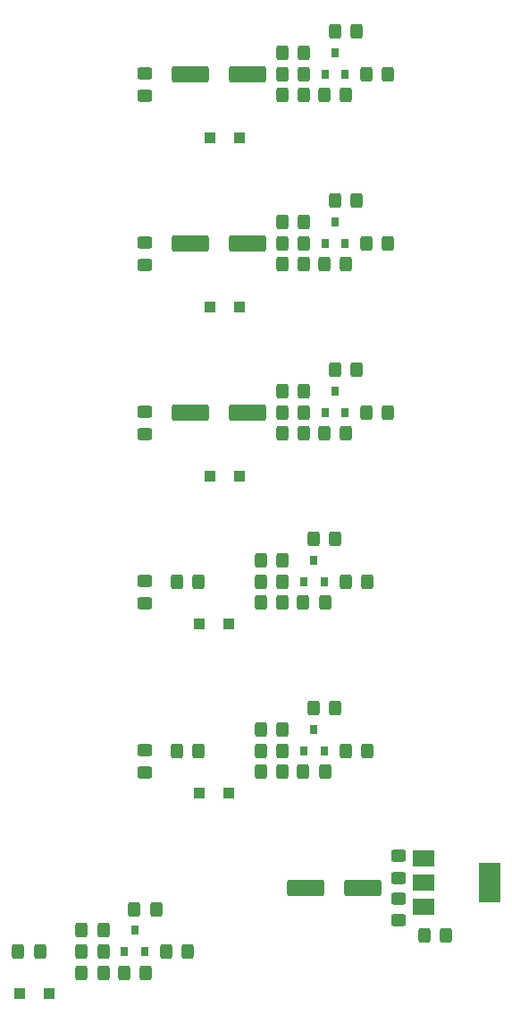
<source format=gbr>
%TF.GenerationSoftware,KiCad,Pcbnew,8.0.7*%
%TF.CreationDate,2025-02-21T11:32:42+13:00*%
%TF.ProjectId,JVCard,4a564361-7264-42e6-9b69-6361645f7063,rev?*%
%TF.SameCoordinates,Original*%
%TF.FileFunction,Paste,Top*%
%TF.FilePolarity,Positive*%
%FSLAX46Y46*%
G04 Gerber Fmt 4.6, Leading zero omitted, Abs format (unit mm)*
G04 Created by KiCad (PCBNEW 8.0.7) date 2025-02-21 11:32:42*
%MOMM*%
%LPD*%
G01*
G04 APERTURE LIST*
G04 Aperture macros list*
%AMRoundRect*
0 Rectangle with rounded corners*
0 $1 Rounding radius*
0 $2 $3 $4 $5 $6 $7 $8 $9 X,Y pos of 4 corners*
0 Add a 4 corners polygon primitive as box body*
4,1,4,$2,$3,$4,$5,$6,$7,$8,$9,$2,$3,0*
0 Add four circle primitives for the rounded corners*
1,1,$1+$1,$2,$3*
1,1,$1+$1,$4,$5*
1,1,$1+$1,$6,$7*
1,1,$1+$1,$8,$9*
0 Add four rect primitives between the rounded corners*
20,1,$1+$1,$2,$3,$4,$5,0*
20,1,$1+$1,$4,$5,$6,$7,0*
20,1,$1+$1,$6,$7,$8,$9,0*
20,1,$1+$1,$8,$9,$2,$3,0*%
G04 Aperture macros list end*
%ADD10R,2.000000X1.500000*%
%ADD11R,2.000000X3.800000*%
%ADD12RoundRect,0.250000X-0.450000X0.325000X-0.450000X-0.325000X0.450000X-0.325000X0.450000X0.325000X0*%
%ADD13R,1.100000X1.100000*%
%ADD14RoundRect,0.250000X0.325000X0.450000X-0.325000X0.450000X-0.325000X-0.450000X0.325000X-0.450000X0*%
%ADD15RoundRect,0.250000X-0.325000X-0.450000X0.325000X-0.450000X0.325000X0.450000X-0.325000X0.450000X0*%
%ADD16R,0.800000X0.900000*%
%ADD17RoundRect,0.250000X1.500000X0.550000X-1.500000X0.550000X-1.500000X-0.550000X1.500000X-0.550000X0*%
%ADD18RoundRect,0.250000X-1.500000X-0.550000X1.500000X-0.550000X1.500000X0.550000X-1.500000X0.550000X0*%
G04 APERTURE END LIST*
D10*
%TO.C,U1*%
X-82650000Y-30200000D03*
X-82650000Y-34800000D03*
X-82650000Y-32500000D03*
D11*
X-76350000Y-32500000D03*
%TD*%
D12*
%TO.C,R2*%
X-85000000Y-36025000D03*
X-85000000Y-33975000D03*
%TD*%
%TO.C,R1*%
X-85000000Y-32025000D03*
X-85000000Y-29975000D03*
%TD*%
D13*
%TO.C,D6*%
X-120900000Y-43000000D03*
X-118100000Y-43000000D03*
%TD*%
%TO.C,D5*%
X-103900000Y-24000000D03*
X-101100000Y-24000000D03*
%TD*%
%TO.C,D4*%
X-103900000Y-8000000D03*
X-101100000Y-8000000D03*
%TD*%
%TO.C,D3*%
X-102900000Y6000000D03*
X-100100000Y6000000D03*
%TD*%
%TO.C,D2*%
X-102900000Y22000000D03*
X-100100000Y22000000D03*
%TD*%
%TO.C,D1*%
X-102900000Y38000000D03*
X-100100000Y38000000D03*
%TD*%
D14*
%TO.C,R48*%
X-107025000Y-39000000D03*
X-104975000Y-39000000D03*
%TD*%
%TO.C,R47*%
X-90025000Y-20000000D03*
X-87975000Y-20000000D03*
%TD*%
%TO.C,R46*%
X-90025000Y-4000000D03*
X-87975000Y-4000000D03*
%TD*%
%TO.C,R45*%
X-88025000Y12000000D03*
X-85975000Y12000000D03*
%TD*%
%TO.C,R44*%
X-88025000Y28000000D03*
X-85975000Y28000000D03*
%TD*%
%TO.C,R43*%
X-88025000Y44000000D03*
X-85975000Y44000000D03*
%TD*%
%TO.C,R42*%
X-111025000Y-41000000D03*
X-108975000Y-41000000D03*
%TD*%
%TO.C,R41*%
X-94025000Y-22000000D03*
X-91975000Y-22000000D03*
%TD*%
%TO.C,R40*%
X-94025000Y-6000000D03*
X-91975000Y-6000000D03*
%TD*%
%TO.C,R39*%
X-92025000Y10000000D03*
X-89975000Y10000000D03*
%TD*%
%TO.C,R38*%
X-92025000Y26000000D03*
X-89975000Y26000000D03*
%TD*%
%TO.C,R37*%
X-92025000Y42000000D03*
X-89975000Y42000000D03*
%TD*%
%TO.C,R36*%
X-115025000Y-41000000D03*
X-112975000Y-41000000D03*
%TD*%
D15*
%TO.C,R35*%
X-112975000Y-37000000D03*
X-115025000Y-37000000D03*
%TD*%
D14*
%TO.C,R34*%
X-98025000Y-22000000D03*
X-95975000Y-22000000D03*
%TD*%
D15*
%TO.C,R33*%
X-95975000Y-18000000D03*
X-98025000Y-18000000D03*
%TD*%
D14*
%TO.C,R32*%
X-98025000Y-6000000D03*
X-95975000Y-6000000D03*
%TD*%
D15*
%TO.C,R31*%
X-95975000Y-2000000D03*
X-98025000Y-2000000D03*
%TD*%
D14*
%TO.C,R30*%
X-96025000Y10000000D03*
X-93975000Y10000000D03*
%TD*%
D15*
%TO.C,R29*%
X-93975000Y14000000D03*
X-96025000Y14000000D03*
%TD*%
D14*
%TO.C,R28*%
X-96025000Y26000000D03*
X-93975000Y26000000D03*
%TD*%
D15*
%TO.C,R27*%
X-93975000Y30000000D03*
X-96025000Y30000000D03*
%TD*%
D14*
%TO.C,R26*%
X-96025000Y42000000D03*
X-93975000Y42000000D03*
%TD*%
D15*
%TO.C,R25*%
X-93975000Y46000000D03*
X-96025000Y46000000D03*
%TD*%
D14*
%TO.C,R24*%
X-115025000Y-39000000D03*
X-112975000Y-39000000D03*
%TD*%
%TO.C,R23*%
X-98025000Y-20000000D03*
X-95975000Y-20000000D03*
%TD*%
%TO.C,R22*%
X-98025000Y-4000000D03*
X-95975000Y-4000000D03*
%TD*%
%TO.C,R21*%
X-96025000Y12000000D03*
X-93975000Y12000000D03*
%TD*%
%TO.C,R20*%
X-96025000Y28000000D03*
X-93975000Y28000000D03*
%TD*%
%TO.C,R19*%
X-96025000Y44000000D03*
X-93975000Y44000000D03*
%TD*%
D12*
%TO.C,R18*%
X-109000000Y-22025000D03*
X-109000000Y-19975000D03*
%TD*%
%TO.C,R15*%
X-109000000Y-6025000D03*
X-109000000Y-3975000D03*
%TD*%
%TO.C,R14*%
X-109000000Y9975000D03*
X-109000000Y12025000D03*
%TD*%
%TO.C,R13*%
X-109000000Y25975000D03*
X-109000000Y28025000D03*
%TD*%
%TO.C,R12*%
X-109000000Y41975000D03*
X-109000000Y44025000D03*
%TD*%
D16*
%TO.C,Q6*%
X-110000000Y-37000000D03*
X-109050000Y-39000000D03*
X-110950000Y-39000000D03*
%TD*%
%TO.C,Q5*%
X-93000000Y-18000000D03*
X-92050000Y-20000000D03*
X-93950000Y-20000000D03*
%TD*%
%TO.C,Q4*%
X-93000000Y-2000000D03*
X-92050000Y-4000000D03*
X-93950000Y-4000000D03*
%TD*%
%TO.C,Q3*%
X-91000000Y14000000D03*
X-90050000Y12000000D03*
X-91950000Y12000000D03*
%TD*%
%TO.C,Q2*%
X-91000000Y30000000D03*
X-90050000Y28000000D03*
X-91950000Y28000000D03*
%TD*%
%TO.C,Q1*%
X-91000000Y46000000D03*
X-90050000Y44000000D03*
X-91950000Y44000000D03*
%TD*%
D15*
%TO.C,C27*%
X-88975000Y48000000D03*
X-91025000Y48000000D03*
%TD*%
%TO.C,C26*%
X-107975000Y-35000000D03*
X-110025000Y-35000000D03*
%TD*%
%TO.C,C25*%
X-88975000Y32000000D03*
X-91025000Y32000000D03*
%TD*%
%TO.C,C24*%
X-88975000Y16000000D03*
X-91025000Y16000000D03*
%TD*%
%TO.C,C23*%
X-91000000Y0D03*
X-93050000Y0D03*
%TD*%
%TO.C,C22*%
X-90975000Y-16000000D03*
X-93025000Y-16000000D03*
%TD*%
%TO.C,C21*%
X-118975000Y-39000000D03*
X-121025000Y-39000000D03*
%TD*%
%TO.C,C20*%
X-103975000Y-20000000D03*
X-106025000Y-20000000D03*
%TD*%
%TO.C,C19*%
X-103975000Y-4000000D03*
X-106025000Y-4000000D03*
%TD*%
D17*
%TO.C,C18*%
X-104700000Y12000000D03*
X-99300000Y12000000D03*
%TD*%
%TO.C,C17*%
X-104700000Y28000000D03*
X-99300000Y28000000D03*
%TD*%
%TO.C,C16*%
X-104700000Y44000000D03*
X-99300000Y44000000D03*
%TD*%
D18*
%TO.C,C15*%
X-88400000Y-33000000D03*
X-93800000Y-33000000D03*
%TD*%
D15*
%TO.C,C14*%
X-80475000Y-37500000D03*
X-82525000Y-37500000D03*
%TD*%
M02*

</source>
